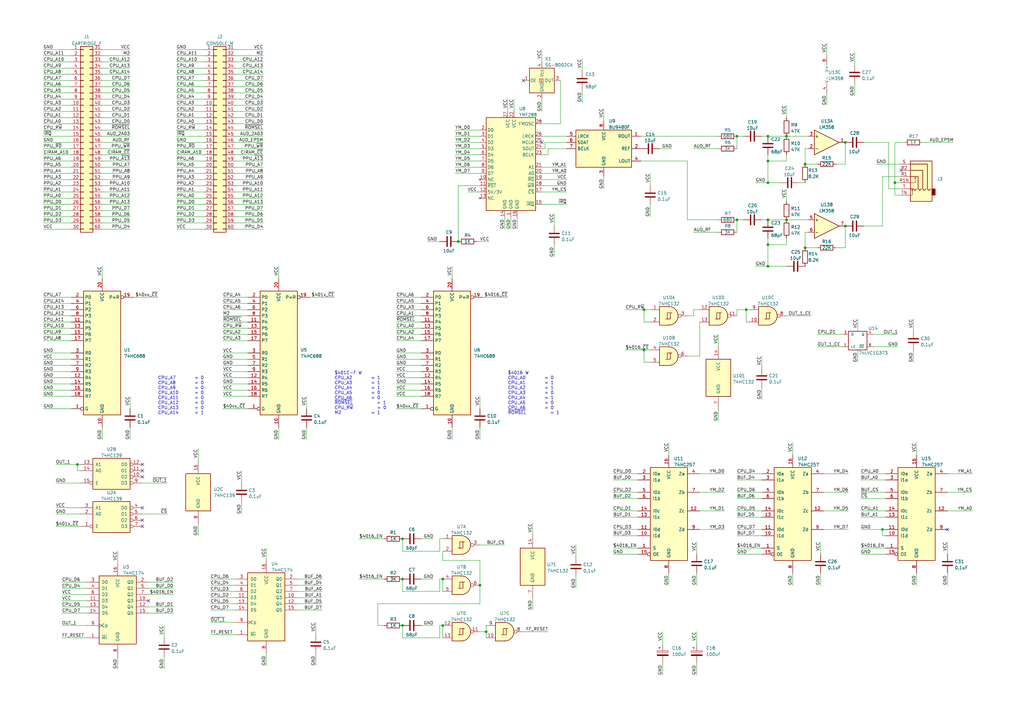
<source format=kicad_sch>
(kicad_sch (version 20211123) (generator eeschema)
  (paper "A3")
  (title_block (title "EPSM Expansion Audio FC") (date "2023-01-01") (rev "B") (company "Perkka; Persune"))
  (junction (at 314.96 66.04))
  (junction (at 330.2 101.6))
  (junction (at 165.1 256.54))
  (junction (at 314.96 109.22))
  (junction (at 314.96 55.88))
  (junction (at 181.61 256.54))
  (junction (at 187.96 99.06))
  (junction (at 181.61 237.49))
  (junction (at 165.1 220.98))
  (junction (at 330.2 67.31))
  (junction (at 302.26 55.88))
  (junction (at 264.16 143.51))
  (junction (at 322.58 55.88))
  (junction (at 199.39 259.08))
  (junction (at 322.58 90.17))
  (junction (at 346.71 92.71))
  (junction (at 31.75 190.5))
  (junction (at 196.85 240.03))
  (junction (at 346.71 58.42))
  (junction (at 361.95 217.17))
  (junction (at 264.16 127))
  (junction (at 314.96 100.33))
  (junction (at 314.96 74.93))
  (junction (at 306.07 127))
  (junction (at 314.96 90.17))
  (junction (at 302.26 90.17))
  (junction (at 165.1 237.49))
  (junction (at 367.03 74.93))
  (no_connect (at 60.96 246.38))
  (no_connect (at 388.62 217.17))
  (no_connect (at 58.42 190.5))
  (no_connect (at 58.42 208.28))
  (no_connect (at 58.42 215.9))
  (no_connect (at 58.42 213.36))
  (no_connect (at 369.57 69.85))
  (no_connect (at 58.42 195.58))
  (no_connect (at 222.25 58.42))
  (no_connect (at 214.63 33.02))
  (no_connect (at 58.42 193.04))
  (wire (pts (xy 287.02 194.31) (xy 297.18 194.31)))
  (wire (pts (xy 129.54 255.27) (xy 129.54 260.35)))
  (wire (pts (xy 359.41 67.31) (xy 369.57 67.31)))
  (wire (pts (xy 214.63 259.08) (xy 224.79 259.08)))
  (wire (pts (xy 17.78 86.36) (xy 29.21 86.36)))
  (wire (pts (xy 256.54 127) (xy 264.16 127)))
  (wire (pts (xy 375.92 181.61) (xy 375.92 186.69)))
  (wire (pts (xy 72.39 66.04) (xy 83.82 66.04)))
  (wire (pts (xy 238.76 36.83) (xy 238.76 41.91)))
  (wire (pts (xy 121.92 250.19) (xy 132.08 250.19)))
  (wire (pts (xy 96.52 66.04) (xy 107.95 66.04)))
  (wire (pts (xy 196.85 229.87) (xy 196.85 240.03)))
  (wire (pts (xy 17.78 132.08) (xy 29.21 132.08)))
  (wire (pts (xy 72.39 68.58) (xy 83.82 68.58)))
  (wire (pts (xy 125.73 175.26) (xy 125.73 180.34)))
  (wire (pts (xy 96.52 73.66) (xy 107.95 73.66)))
  (wire (pts (xy 367.03 74.93) (xy 369.57 74.93)))
  (wire (pts (xy 196.85 58.42) (xy 186.69 58.42)))
  (wire (pts (xy 222.25 71.12) (xy 232.41 71.12)))
  (wire (pts (xy 86.36 242.57) (xy 96.52 242.57)))
  (wire (pts (xy 109.22 224.79) (xy 109.22 229.87)))
  (wire (pts (xy 96.52 88.9) (xy 107.95 88.9)))
  (wire (pts (xy 17.78 88.9) (xy 29.21 88.9)))
  (wire (pts (xy 336.55 234.95) (xy 336.55 240.03)))
  (wire (pts (xy 181.61 237.49) (xy 180.34 237.49)))
  (wire (pts (xy 302.26 127) (xy 306.07 127)))
  (wire (pts (xy 196.85 68.58) (xy 186.69 68.58)))
  (wire (pts (xy 91.44 160.02) (xy 101.6 160.02)))
  (wire (pts (xy 325.12 234.95) (xy 325.12 240.03)))
  (wire (pts (xy 162.56 121.92) (xy 172.72 121.92)))
  (wire (pts (xy 48.26 269.24) (xy 48.26 274.32)))
  (wire (pts (xy 60.96 243.84) (xy 71.12 243.84)))
  (wire (pts (xy 96.52 25.4) (xy 107.95 25.4)))
  (wire (pts (xy 41.91 30.48) (xy 53.34 30.48)))
  (wire (pts (xy 302.26 201.93) (xy 312.42 201.93)))
  (wire (pts (xy 60.96 248.92) (xy 71.12 248.92)))
  (wire (pts (xy 222.25 20.32) (xy 222.25 25.4)))
  (wire (pts (xy 96.52 60.96) (xy 107.95 60.96)))
  (wire (pts (xy 330.2 60.96) (xy 330.2 67.31)))
  (wire (pts (xy 114.3 175.26) (xy 114.3 180.34)))
  (wire (pts (xy 96.52 20.32) (xy 107.95 20.32)))
  (wire (pts (xy 25.4 256.54) (xy 35.56 256.54)))
  (wire (pts (xy 196.85 55.88) (xy 186.69 55.88)))
  (wire (pts (xy 312.42 146.05) (xy 312.42 151.13)))
  (wire (pts (xy 251.46 204.47) (xy 261.62 204.47)))
  (wire (pts (xy 191.77 78.74) (xy 196.85 78.74)))
  (wire (pts (xy 251.46 217.17) (xy 261.62 217.17)))
  (wire (pts (xy 224.79 60.96) (xy 232.41 60.96)))
  (wire (pts (xy 180.34 220.98) (xy 180.34 226.06)))
  (wire (pts (xy 302.26 227.33) (xy 312.42 227.33)))
  (wire (pts (xy 121.92 245.11) (xy 132.08 245.11)))
  (wire (pts (xy 17.78 55.88) (xy 29.21 55.88)))
  (wire (pts (xy 302.26 90.17) (xy 302.26 95.25)))
  (wire (pts (xy 222.25 60.96) (xy 223.52 60.96)))
  (wire (pts (xy 172.72 256.54) (xy 177.8 256.54)))
  (wire (pts (xy 165.1 220.98) (xy 165.1 226.06)))
  (wire (pts (xy 325.12 181.61) (xy 325.12 186.69)))
  (wire (pts (xy 17.78 40.64) (xy 29.21 40.64)))
  (wire (pts (xy 72.39 76.2) (xy 83.82 76.2)))
  (wire (pts (xy 25.4 243.84) (xy 35.56 243.84)))
  (wire (pts (xy 162.56 127) (xy 172.72 127)))
  (wire (pts (xy 17.78 63.5) (xy 29.21 63.5)))
  (wire (pts (xy 165.1 242.57) (xy 180.34 242.57)))
  (wire (pts (xy 367.03 58.42) (xy 370.84 58.42)))
  (wire (pts (xy 322.58 90.17) (xy 331.47 90.17)))
  (wire (pts (xy 284.48 129.54) (xy 284.48 127)))
  (wire (pts (xy 374.65 130.81) (xy 374.65 135.89)))
  (wire (pts (xy 17.78 129.54) (xy 29.21 129.54)))
  (wire (pts (xy 251.46 224.79) (xy 261.62 224.79)))
  (wire (pts (xy 154.94 247.65) (xy 154.94 256.54)))
  (wire (pts (xy 361.95 217.17) (xy 363.22 217.17)))
  (wire (pts (xy 96.52 33.02) (xy 107.95 33.02)))
  (wire (pts (xy 17.78 83.82) (xy 29.21 83.82)))
  (wire (pts (xy 314.96 66.04) (xy 314.96 74.93)))
  (wire (pts (xy 162.56 152.4) (xy 172.72 152.4)))
  (wire (pts (xy 388.62 222.25) (xy 388.62 227.33)))
  (wire (pts (xy 162.56 124.46) (xy 172.72 124.46)))
  (wire (pts (xy 346.71 101.6) (xy 346.71 92.71)))
  (wire (pts (xy 72.39 60.96) (xy 83.82 60.96)))
  (wire (pts (xy 266.7 71.12) (xy 266.7 76.2)))
  (wire (pts (xy 41.91 58.42) (xy 53.34 58.42)))
  (wire (pts (xy 41.91 175.26) (xy 41.91 180.34)))
  (wire (pts (xy 181.61 226.06) (xy 181.61 229.87)))
  (wire (pts (xy 17.78 134.62) (xy 29.21 134.62)))
  (wire (pts (xy 17.78 38.1) (xy 29.21 38.1)))
  (wire (pts (xy 181.61 229.87) (xy 196.85 229.87)))
  (wire (pts (xy 17.78 66.04) (xy 29.21 66.04)))
  (wire (pts (xy 302.26 90.17) (xy 304.8 90.17)))
  (wire (pts (xy 41.91 60.96) (xy 53.34 60.96)))
  (wire (pts (xy 162.56 162.56) (xy 172.72 162.56)))
  (wire (pts (xy 331.47 60.96) (xy 330.2 60.96)))
  (wire (pts (xy 41.91 40.64) (xy 53.34 40.64)))
  (wire (pts (xy 210.82 40.64) (xy 210.82 45.72)))
  (wire (pts (xy 17.78 35.56) (xy 29.21 35.56)))
  (wire (pts (xy 322.58 77.47) (xy 322.58 82.55)))
  (wire (pts (xy 388.62 209.55) (xy 398.78 209.55)))
  (wire (pts (xy 157.48 237.49) (xy 147.32 237.49)))
  (wire (pts (xy 96.52 71.12) (xy 107.95 71.12)))
  (wire (pts (xy 31.75 190.5) (xy 33.02 190.5)))
  (wire (pts (xy 367.03 74.93) (xy 367.03 80.01)))
  (wire (pts (xy 96.52 91.44) (xy 107.95 91.44)))
  (wire (pts (xy 121.92 247.65) (xy 132.08 247.65)))
  (wire (pts (xy 96.52 30.48) (xy 107.95 30.48)))
  (wire (pts (xy 285.75 234.95) (xy 285.75 240.03)))
  (wire (pts (xy 222.25 68.58) (xy 232.41 68.58)))
  (wire (pts (xy 121.92 237.49) (xy 132.08 237.49)))
  (wire (pts (xy 208.28 40.64) (xy 208.28 45.72)))
  (wire (pts (xy 222.25 76.2) (xy 232.41 76.2)))
  (wire (pts (xy 200.66 99.06) (xy 195.58 99.06)))
  (wire (pts (xy 271.78 259.08) (xy 271.78 264.16)))
  (wire (pts (xy 41.91 66.04) (xy 53.34 66.04)))
  (wire (pts (xy 91.44 127) (xy 101.6 127)))
  (wire (pts (xy 162.56 139.7) (xy 172.72 139.7)))
  (wire (pts (xy 196.85 66.04) (xy 186.69 66.04)))
  (wire (pts (xy 17.78 33.02) (xy 29.21 33.02)))
  (wire (pts (xy 312.42 90.17) (xy 314.96 90.17)))
  (wire (pts (xy 218.44 214.63) (xy 218.44 219.71)))
  (wire (pts (xy 374.65 143.51) (xy 374.65 148.59)))
  (wire (pts (xy 86.36 260.35) (xy 96.52 260.35)))
  (wire (pts (xy 314.96 97.79) (xy 314.96 100.33)))
  (wire (pts (xy 41.91 45.72) (xy 53.34 45.72)))
  (wire (pts (xy 162.56 154.94) (xy 172.72 154.94)))
  (wire (pts (xy 154.94 256.54) (xy 157.48 256.54)))
  (wire (pts (xy 322.58 63.5) (xy 322.58 66.04)))
  (wire (pts (xy 162.56 134.62) (xy 172.72 134.62)))
  (wire (pts (xy 208.28 121.92) (xy 198.12 121.92)))
  (wire (pts (xy 346.71 67.31) (xy 346.71 58.42)))
  (wire (pts (xy 86.36 240.03) (xy 96.52 240.03)))
  (wire (pts (xy 284.48 127) (xy 287.02 127)))
  (wire (pts (xy 264.16 127) (xy 266.7 127)))
  (wire (pts (xy 287.02 146.05) (xy 287.02 132.08)))
  (wire (pts (xy 17.78 20.32) (xy 29.21 20.32)))
  (wire (pts (xy 17.78 48.26) (xy 29.21 48.26)))
  (wire (pts (xy 96.52 93.98) (xy 107.95 93.98)))
  (wire (pts (xy 314.96 74.93) (xy 320.04 74.93)))
  (wire (pts (xy 91.44 149.86) (xy 101.6 149.86)))
  (wire (pts (xy 162.56 137.16) (xy 172.72 137.16)))
  (wire (pts (xy 251.46 194.31) (xy 261.62 194.31)))
  (wire (pts (xy 353.06 204.47) (xy 363.22 204.47)))
  (wire (pts (xy 96.52 81.28) (xy 107.95 81.28)))
  (wire (pts (xy 354.33 92.71) (xy 361.95 92.71)))
  (wire (pts (xy 251.46 212.09) (xy 261.62 212.09)))
  (wire (pts (xy 222.25 63.5) (xy 224.79 63.5)))
  (wire (pts (xy 17.78 91.44) (xy 29.21 91.44)))
  (wire (pts (xy 350.52 34.29) (xy 350.52 39.37)))
  (wire (pts (xy 209.55 88.9) (xy 209.55 93.98)))
  (wire (pts (xy 17.78 124.46) (xy 29.21 124.46)))
  (wire (pts (xy 227.33 87.63) (xy 227.33 92.71)))
  (wire (pts (xy 114.3 109.22) (xy 114.3 114.3)))
  (wire (pts (xy 364.49 77.47) (xy 369.57 77.47)))
  (wire (pts (xy 337.82 217.17) (xy 347.98 217.17)))
  (wire (pts (xy 224.79 63.5) (xy 224.79 60.96)))
  (wire (pts (xy 67.31 269.24) (xy 67.31 274.32)))
  (wire (pts (xy 342.9 101.6) (xy 346.71 101.6)))
  (wire (pts (xy 306.07 132.08) (xy 306.07 127)))
  (wire (pts (xy 294.64 167.64) (xy 294.64 172.72)))
  (wire (pts (xy 287.02 201.93) (xy 297.18 201.93)))
  (wire (pts (xy 281.94 146.05) (xy 287.02 146.05)))
  (wire (pts (xy 361.95 72.39) (xy 369.57 72.39)))
  (wire (pts (xy 29.21 162.56) (xy 17.78 162.56)))
  (wire (pts (xy 91.44 121.92) (xy 101.6 121.92)))
  (wire (pts (xy 314.96 109.22) (xy 322.58 109.22)))
  (wire (pts (xy 17.78 27.94) (xy 29.21 27.94)))
  (wire (pts (xy 29.21 127) (xy 17.78 127)))
  (wire (pts (xy 388.62 201.93) (xy 398.78 201.93)))
  (wire (pts (xy 180.34 226.06) (xy 165.1 226.06)))
  (wire (pts (xy 314.96 100.33) (xy 322.58 100.33)))
  (wire (pts (xy 72.39 93.98) (xy 83.82 93.98)))
  (wire (pts (xy 72.39 63.5) (xy 83.82 63.5)))
  (wire (pts (xy 353.06 224.79) (xy 363.22 224.79)))
  (wire (pts (xy 251.46 209.55) (xy 261.62 209.55)))
  (wire (pts (xy 96.52 53.34) (xy 107.95 53.34)))
  (wire (pts (xy 227.33 100.33) (xy 227.33 105.41)))
  (wire (pts (xy 309.88 74.93) (xy 314.96 74.93)))
  (wire (pts (xy 274.32 181.61) (xy 274.32 186.69)))
  (wire (pts (xy 332.74 129.54) (xy 322.58 129.54)))
  (wire (pts (xy 29.21 154.94) (xy 17.78 154.94)))
  (wire (pts (xy 196.85 63.5) (xy 186.69 63.5)))
  (wire (pts (xy 281.94 129.54) (xy 284.48 129.54)))
  (wire (pts (xy 364.49 58.42) (xy 364.49 77.47)))
  (wire (pts (xy 337.82 201.93) (xy 347.98 201.93)))
  (wire (pts (xy 302.26 204.47) (xy 312.42 204.47)))
  (wire (pts (xy 96.52 76.2) (xy 107.95 76.2)))
  (wire (pts (xy 72.39 71.12) (xy 83.82 71.12)))
  (wire (pts (xy 181.61 220.98) (xy 180.34 220.98)))
  (wire (pts (xy 25.4 261.62) (xy 35.56 261.62)))
  (wire (pts (xy 358.14 137.16) (xy 368.3 137.16)))
  (wire (pts (xy 72.39 78.74) (xy 83.82 78.74)))
  (wire (pts (xy 223.52 60.96) (xy 223.52 58.42)))
  (wire (pts (xy 17.78 157.48) (xy 29.21 157.48)))
  (wire (pts (xy 41.91 25.4) (xy 53.34 25.4)))
  (wire (pts (xy 331.47 95.25) (xy 330.2 95.25)))
  (wire (pts (xy 67.31 256.54) (xy 67.31 261.62)))
  (wire (pts (xy 251.46 196.85) (xy 261.62 196.85)))
  (wire (pts (xy 41.91 53.34) (xy 53.34 53.34)))
  (wire (pts (xy 247.65 72.39) (xy 247.65 77.47)))
  (wire (pts (xy 351.79 143.51) (xy 351.79 148.59)))
  (wire (pts (xy 199.39 259.08) (xy 199.39 261.62)))
  (wire (pts (xy 41.91 20.32) (xy 53.34 20.32)))
  (wire (pts (xy 218.44 245.11) (xy 218.44 250.19)))
  (wire (pts (xy 157.48 220.98) (xy 147.32 220.98)))
  (wire (pts (xy 72.39 30.48) (xy 83.82 30.48)))
  (wire (pts (xy 99.06 193.04) (xy 99.06 198.12)))
  (wire (pts (xy 91.44 139.7) (xy 101.6 139.7)))
  (wire (pts (xy 312.42 55.88) (xy 314.96 55.88)))
  (wire (pts (xy 129.54 267.97) (xy 129.54 273.05)))
  (wire (pts (xy 72.39 91.44) (xy 83.82 91.44)))
  (wire (pts (xy 41.91 76.2) (xy 53.34 76.2)))
  (wire (pts (xy 22.86 210.82) (xy 33.02 210.82)))
  (wire (pts (xy 109.22 267.97) (xy 109.22 273.05)))
  (wire (pts (xy 181.61 256.54) (xy 181.61 261.62)))
  (wire (pts (xy 185.42 109.22) (xy 185.42 114.3)))
  (wire (pts (xy 180.34 237.49) (xy 180.34 242.57)))
  (wire (pts (xy 264.16 148.59) (xy 264.16 143.51)))
  (wire (pts (xy 281.94 90.17) (xy 294.64 90.17)))
  (wire (pts (xy 58.42 210.82) (xy 68.58 210.82)))
  (wire (pts (xy 72.39 53.34) (xy 83.82 53.34)))
  (wire (pts (xy 17.78 53.34) (xy 29.21 53.34)))
  (wire (pts (xy 41.91 63.5) (xy 53.34 63.5)))
  (wire (pts (xy 314.96 100.33) (xy 314.96 109.22)))
  (wire (pts (xy 287.02 217.17) (xy 297.18 217.17)))
  (wire (pts (xy 285.75 271.78) (xy 285.75 276.86)))
  (wire (pts (xy 312.42 196.85) (xy 302.26 196.85)))
  (wire (pts (xy 17.78 22.86) (xy 29.21 22.86)))
  (wire (pts (xy 339.09 38.1) (xy 339.09 43.18)))
  (wire (pts (xy 302.26 55.88) (xy 302.26 60.96)))
  (wire (pts (xy 72.39 27.94) (xy 83.82 27.94)))
  (wire (pts (xy 22.86 198.12) (xy 33.02 198.12)))
  (wire (pts (xy 48.26 226.06) (xy 48.26 231.14)))
  (wire (pts (xy 22.86 208.28) (xy 33.02 208.28)))
  (wire (pts (xy 388.62 234.95) (xy 388.62 240.03)))
  (wire (pts (xy 72.39 22.86) (xy 83.82 22.86)))
  (wire (pts (xy 251.46 219.71) (xy 261.62 219.71)))
  (wire (pts (xy 41.91 50.8) (xy 53.34 50.8)))
  (wire (pts (xy 353.06 217.17) (xy 361.95 217.17)))
  (wire (pts (xy 72.39 20.32) (xy 83.82 20.32)))
  (wire (pts (xy 363.22 219.71) (xy 361.95 219.71)))
  (wire (pts (xy 60.96 241.3) (xy 71.12 241.3)))
  (wire (pts (xy 229.87 33.02) (xy 229.87 50.8)))
  (wire (pts (xy 306.07 127) (xy 307.34 127)))
  (wire (pts (xy 41.91 68.58) (xy 53.34 68.58)))
  (wire (pts (xy 165.1 256.54) (xy 165.1 261.62)))
  (wire (pts (xy 274.32 234.95) (xy 274.32 240.03)))
  (wire (pts (xy 96.52 86.36) (xy 107.95 86.36)))
  (wire (pts (xy 196.85 162.56) (xy 196.85 167.64)))
  (wire (pts (xy 312.42 158.75) (xy 312.42 163.83)))
  (wire (pts (xy 17.78 43.18) (xy 29.21 43.18)))
  (wire (pts (xy 330.2 67.31) (xy 335.28 67.31)))
  (wire (pts (xy 238.76 24.13) (xy 238.76 29.21)))
  (wire (pts (xy 91.44 144.78) (xy 101.6 144.78)))
  (wire (pts (xy 96.52 63.5) (xy 107.95 63.5)))
  (wire (pts (xy 96.52 68.58) (xy 107.95 68.58)))
  (wire (pts (xy 72.39 81.28) (xy 83.82 81.28)))
  (wire (pts (xy 172.72 237.49) (xy 177.8 237.49)))
  (wire (pts (xy 302.26 127) (xy 302.26 129.54)))
  (wire (pts (xy 284.48 95.25) (xy 294.64 95.25)))
  (wire (pts (xy 251.46 201.93) (xy 261.62 201.93)))
  (wire (pts (xy 41.91 88.9) (xy 53.34 88.9)))
  (wire (pts (xy 86.36 255.27) (xy 96.52 255.27)))
  (wire (pts (xy 337.82 209.55) (xy 347.98 209.55)))
  (wire (pts (xy 185.42 175.26) (xy 185.42 180.34)))
  (wire (pts (xy 350.52 21.59) (xy 350.52 26.67)))
  (wire (pts (xy 284.48 60.96) (xy 294.64 60.96)))
  (wire (pts (xy 86.36 237.49) (xy 96.52 237.49)))
  (wire (pts (xy 41.91 22.86) (xy 53.34 22.86)))
  (wire (pts (xy 41.91 71.12) (xy 53.34 71.12)))
  (wire (pts (xy 222.25 40.64) (xy 222.25 45.72)))
  (wire (pts (xy 388.62 194.31) (xy 398.78 194.31)))
  (wire (pts (xy 29.21 167.64) (xy 17.78 167.64)))
  (wire (pts (xy 361.95 219.71) (xy 361.95 217.17)))
  (wire (pts (xy 41.91 73.66) (xy 53.34 73.66)))
  (wire (pts (xy 181.61 237.49) (xy 181.61 242.57)))
  (wire (pts (xy 302.26 194.31) (xy 312.42 194.31)))
  (wire (pts (xy 91.44 132.08) (xy 101.6 132.08)))
  (wire (pts (xy 266.7 148.59) (xy 264.16 148.59)))
  (wire (pts (xy 196.85 240.03) (xy 196.85 247.65)))
  (wire (pts (xy 125.73 162.56) (xy 125.73 167.64)))
  (wire (pts (xy 72.39 86.36) (xy 83.82 86.36)))
  (wire (pts (xy 222.25 78.74) (xy 232.41 78.74)))
  (wire (pts (xy 41.91 109.22) (xy 41.91 114.3)))
  (wire (pts (xy 96.52 35.56) (xy 107.95 35.56)))
  (wire (pts (xy 96.52 22.86) (xy 107.95 22.86)))
  (wire (pts (xy 247.65 44.45) (xy 247.65 49.53)))
  (wire (pts (xy 17.78 160.02) (xy 29.21 160.02)))
  (wire (pts (xy 60.96 238.76) (xy 71.12 238.76)))
  (wire (pts (xy 302.26 209.55) (xy 312.42 209.55)))
  (wire (pts (xy 86.36 247.65) (xy 96.52 247.65)))
  (wire (pts (xy 99.06 205.74) (xy 99.06 210.82)))
  (wire (pts (xy 222.25 83.82) (xy 232.41 83.82)))
  (wire (pts (xy 96.52 48.26) (xy 107.95 48.26)))
  (wire (pts (xy 17.78 93.98) (xy 29.21 93.98)))
  (wire (pts (xy 91.44 167.64) (xy 101.6 167.64)))
  (wire (pts (xy 96.52 78.74) (xy 107.95 78.74)))
  (wire (pts (xy 29.21 137.16) (xy 17.78 137.16)))
  (wire (pts (xy 29.21 152.4) (xy 17.78 152.4)))
  (wire (pts (xy 314.96 66.04) (xy 322.58 66.04)))
  (wire (pts (xy 121.92 240.03) (xy 132.08 240.03)))
  (wire (pts (xy 353.06 194.31) (xy 363.22 194.31)))
  (wire (pts (xy 72.39 45.72) (xy 83.82 45.72)))
  (wire (pts (xy 172.72 149.86) (xy 162.56 149.86)))
  (wire (pts (xy 180.34 256.54) (xy 181.61 256.54)))
  (wire (pts (xy 29.21 121.92) (xy 17.78 121.92)))
  (wire (pts (xy 302.26 55.88) (xy 304.8 55.88)))
  (wire (pts (xy 72.39 40.64) (xy 83.82 40.64)))
  (wire (pts (xy 294.64 137.16) (xy 294.64 142.24)))
  (wire (pts (xy 236.22 236.22) (xy 236.22 241.3)))
  (wire (pts (xy 31.75 193.04) (xy 31.75 190.5)))
  (wire (pts (xy 361.95 72.39) (xy 361.95 92.71)))
  (wire (pts (xy 91.44 154.94) (xy 101.6 154.94)))
  (wire (pts (xy 41.91 81.28) (xy 53.34 81.28)))
  (wire (pts (xy 137.16 121.92) (xy 127 121.92)))
  (wire (pts (xy 41.91 33.02) (xy 53.34 33.02)))
  (wire (pts (xy 17.78 139.7) (xy 29.21 139.7)))
  (wire (pts (xy 342.9 67.31) (xy 346.71 67.31)))
  (wire (pts (xy 41.91 48.26) (xy 53.34 48.26)))
  (wire (pts (xy 72.39 50.8) (xy 83.82 50.8)))
  (wire (pts (xy 96.52 58.42) (xy 107.95 58.42)))
  (wire (pts (xy 212.09 88.9) (xy 212.09 93.98)))
  (wire (pts (xy 25.4 238.76) (xy 35.56 238.76)))
  (wire (pts (xy 60.96 251.46) (xy 71.12 251.46)))
  (wire (pts (xy 375.92 234.95) (xy 375.92 240.03)))
  (wire (pts (xy 162.56 160.02) (xy 172.72 160.02)))
  (wire (pts (xy 96.52 43.18) (xy 107.95 43.18)))
  (wire (pts (xy 53.34 175.26) (xy 53.34 180.34)))
  (wire (pts (xy 91.44 129.54) (xy 101.6 129.54)))
  (wire (pts (xy 121.92 242.57) (xy 132.08 242.57)))
  (wire (pts (xy 96.52 83.82) (xy 107.95 83.82)))
  (wire (pts (xy 41.91 43.18) (xy 53.34 43.18)))
  (wire (pts (xy 58.42 198.12) (xy 68.58 198.12)))
  (wire (pts (xy 41.91 78.74) (xy 53.34 78.74)))
  (wire (pts (xy 172.72 144.78) (xy 162.56 144.78)))
  (wire (pts (xy 322.58 55.88) (xy 331.47 55.88)))
  (wire (pts (xy 264.16 132.08) (xy 264.16 127)))
  (wire (pts (xy 302.26 217.17) (xy 312.42 217.17)))
  (wire (pts (xy 41.91 86.36) (xy 53.34 86.36)))
  (wire (pts (xy 81.28 184.15) (xy 81.28 189.23)))
  (wire (pts (xy 91.44 147.32) (xy 101.6 147.32)))
  (wire (pts (xy 96.52 27.94) (xy 107.95 27.94)))
  (wire (pts (xy 17.78 81.28) (xy 29.21 81.28)))
  (wire (pts (xy 336.55 222.25) (xy 336.55 227.33)))
  (wire (pts (xy 172.72 167.64) (xy 162.56 167.64)))
  (wire (pts (xy 353.06 201.93) (xy 363.22 201.93)))
  (wire (pts (xy 196.85 53.34) (xy 186.69 53.34)))
  (wire (pts (xy 287.02 209.55) (xy 297.18 209.55)))
  (wire (pts (xy 22.86 190.5) (xy 31.75 190.5)))
  (wire (pts (xy 96.52 40.64) (xy 107.95 40.64)))
  (wire (pts (xy 72.39 35.56) (xy 83.82 35.56)))
  (wire (pts (xy 17.78 76.2) (xy 29.21 76.2)))
  (wire (pts (xy 154.94 247.65) (xy 196.85 247.65)))
  (wire (pts (xy 41.91 35.56) (xy 53.34 35.56)))
  (wire (pts (xy 339.09 17.78) (xy 339.09 22.86)))
  (wire (pts (xy 207.01 88.9) (xy 207.01 93.98)))
  (wire (pts (xy 262.89 55.88) (xy 294.64 55.88)))
  (wire (pts (xy 314.96 63.5) (xy 314.96 66.04)))
  (wire (pts (xy 72.39 58.42) (xy 83.82 58.42)))
  (wire (pts (xy 368.3 142.24) (xy 358.14 142.24)))
  (wire (pts (xy 172.72 132.08) (xy 162.56 132.08)))
  (wire (pts (xy 172.72 147.32) (xy 162.56 147.32)))
  (wire (pts (xy 351.79 130.81) (xy 351.79 135.89)))
  (wire (pts (xy 322.58 97.79) (xy 322.58 100.33)))
  (wire (pts (xy 285.75 259.08) (xy 285.75 264.16)))
  (wire (pts (xy 29.21 144.78) (xy 17.78 144.78)))
  (wire (pts (xy 25.4 241.3) (xy 35.56 241.3)))
  (wire (pts (xy 180.34 99.06) (xy 175.26 99.06)))
  (wire (pts (xy 17.78 73.66) (xy 29.21 73.66)))
  (wire (pts (xy 17.78 68.58) (xy 29.21 68.58)))
  (wire (pts (xy 264.16 143.51) (xy 266.7 143.51)))
  (wire (pts (xy 335.28 137.16) (xy 345.44 137.16)))
  (wire (pts (xy 222.25 55.88) (xy 232.41 55.88)))
  (wire (pts (xy 199.39 256.54) (xy 199.39 259.08)))
  (wire (pts (xy 256.54 143.51) (xy 264.16 143.51)))
  (wire (pts (xy 91.44 162.56) (xy 101.6 162.56)))
  (wire (pts (xy 196.85 71.12) (xy 186.69 71.12)))
  (wire (pts (xy 302.26 219.71) (xy 312.42 219.71)))
  (wire (pts (xy 17.78 50.8) (xy 29.21 50.8)))
  (wire (pts (xy 196.85 259.08) (xy 199.39 259.08)))
  (wire (pts (xy 162.56 129.54) (xy 172.72 129.54)))
  (wire (pts (xy 353.06 209.55) (xy 363.22 209.55)))
  (wire (pts (xy 196.85 60.96) (xy 186.69 60.96)))
  (wire (pts (xy 41.91 93.98) (xy 53.34 93.98)))
  (wire (pts (xy 17.78 60.96) (xy 29.21 60.96)))
  (wire (pts (xy 302.26 224.79) (xy 312.42 224.79)))
  (wire (pts (xy 101.6 134.62) (xy 91.44 134.62)))
  (wire (pts (xy 72.39 83.82) (xy 83.82 83.82)))
  (wire (pts (xy 196.85 223.52) (xy 207.01 223.52)))
  (wire (pts (xy 96.52 55.88) (xy 107.95 55.88)))
  (wire (pts (xy 266.7 132.08) (xy 264.16 132.08)))
  (wire (pts (xy 180.34 261.62) (xy 180.34 256.54)))
  (wire (pts (xy 25.4 248.92) (xy 35.56 248.92)))
  (wire (pts (xy 330.2 101.6) (xy 335.28 101.6)))
  (wire (pts (xy 96.52 38.1) (xy 107.95 38.1)))
  (wire (pts (xy 251.46 227.33) (xy 261.62 227.33)))
  (wire (pts (xy 17.78 30.48) (xy 29.21 30.48)))
  (wire (pts (xy 165.1 237.49) (xy 165.1 242.57)))
  (wire (pts (xy 309.88 109.22) (xy 314.96 109.22)))
  (wire (pts (xy 285.75 222.25) (xy 285.75 227.33)))
  (wire (pts (xy 330.2 95.25) (xy 330.2 101.6)))
  (wire (pts (xy 270.51 60.96) (xy 275.59 60.96)))
  (wire (pts (xy 91.44 152.4) (xy 101.6 152.4)))
  (wire (pts (xy 353.06 227.33) (xy 363.22 227.33)))
  (wire (pts (xy 41.91 83.82) (xy 53.34 83.82)))
  (wire (pts (xy 91.44 124.46) (xy 101.6 124.46)))
  (wire (pts (xy 327.66 74.93) (xy 330.2 74.93)))
  (wire (pts (xy 41.91 38.1) (xy 53.34 38.1)))
  (wire (pts (xy 72.39 55.88) (xy 83.82 55.88)))
  (wire (pts (xy 354.33 58.42) (xy 364.49 58.42)))
  (wire (pts (xy 29.21 147.32) (xy 17.78 147.32)))
  (wire (pts (xy 196.85 76.2) (xy 187.96 76.2)))
  (wire (pts (xy 266.7 83.82) (xy 266.7 88.9)))
  (wire (pts (xy 367.03 58.42) (xy 367.03 74.93)))
  (wire (pts (xy 72.39 25.4) (xy 83.82 25.4)))
  (wire (pts (xy 41.91 27.94) (xy 53.34 27.94)))
  (wire (pts (xy 22.86 215.9) (xy 33.02 215.9)))
  (wire (pts (xy 187.96 76.2) (xy 187.96 99.06)))
  (wire (pts (xy 86.36 245.11) (xy 96.52 245.11)))
  (wire (pts (xy 281.94 66.04) (xy 281.94 90.17)))
  (wire (pts (xy 91.44 157.48) (xy 101.6 157.48)))
  (wire (pts (xy 81.28 214.63) (xy 81.28 219.71)))
  (wire (pts (xy 72.39 33.02) (xy 83.82 33.02)))
  (wire (pts (xy 17.78 25.4) (xy 29.21 25.4)))
  (wire (pts (xy 17.78 78.74) (xy 29.21 78.74)))
  (wire (pts (xy 196.85 175.26) (xy 196.85 180.34)))
  (wire (pts (xy 222.25 50.8) (xy 229.87 50.8)))
  (wire (pts (xy 353.06 212.09) (xy 363.22 212.09)))
  (wire (pts (xy 91.44 137.16) (xy 101.6 137.16)))
  (wire (pts (xy 17.78 58.42) (xy 29.21 58.42)))
  (wire (pts (xy 41.91 91.44) (xy 53.34 91.44)))
  (wire (pts (xy 96.52 50.8) (xy 107.95 50.8)))
  (wire (pts (xy 25.4 251.46) (xy 35.56 251.46)))
  (wire (pts (xy 172.72 157.48) (xy 162.56 157.48)))
  (wire (pts (xy 41.91 55.88) (xy 53.34 55.88)))
  (wire (pts (xy 72.39 88.9) (xy 83.82 88.9)))
  (wire (pts (xy 378.46 58.42) (xy 391.16 58.42)))
  (wire (pts (xy 262.89 66.04) (xy 281.94 66.04)))
  (wire (pts (xy 353.06 196.85) (xy 363.22 196.85)))
  (wire (pts (xy 17.78 71.12) (xy 29.21 71.12)))
  (wire (pts (xy 302.26 212.09) (xy 312.42 212.09)))
  (wire (pts (xy 307.34 132.08) (xy 306.07 132.08)))
  (wire (pts (xy 335.28 142.24) (xy 345.44 142.24)))
  (wire (pts (xy 72.39 48.26) (xy 83.82 48.26)))
  (wire (pts (xy 271.78 271.78) (xy 271.78 276.86)))
  (wire (pts (xy 72.39 38.1) (xy 83.82 38.1)))
  (wire (pts (xy 165.1 261.62) (xy 180.34 261.62)))
  (wire (pts (xy 222.25 73.66) (xy 232.41 73.66)))
  (wire (pts (xy 29.21 149.86) (xy 17.78 149.86)))
  (wire (pts (xy 33.02 193.04) (xy 31.75 193.04)))
  (wire (pts (xy 236.22 223.52) (xy 236.22 228.6)))
  (wire (pts (xy 54.61 121.92) (xy 64.77 121.92)))
  (wire (pts (xy 72.39 43.18) (xy 83.82 43.18)))
  (wire (pts (xy 369.57 80.01) (xy 367.03 80.01)))
  (wire (pts (xy 25.4 246.38) (xy 35.56 246.38)))
  (wire (pts (xy 223.52 58.42) (xy 232.41 58.42)))
  (wire (pts (xy 322.58 43.18) (xy 322.58 48.26)))
  (wire (pts (xy 337.82 194.31) (xy 347.98 194.31)))
  (wire (pts (xy 86.36 250.19) (xy 96.52 250.19)))
  (wire (pts (xy 96.52 45.72) (xy 107.95 45.72)))
  (wire (pts (xy 314.96 55.88) (xy 322.58 55.88)))
  (wire (pts (xy 72.39 73.66) (xy 83.82 73.66)))
  (wire (pts (xy 53.34 162.56) (xy 53.34 167.64)))
  (wire (pts (xy 314.96 90.17) (xy 322.58 90.17)))
  (wire (pts (xy 172.72 220.98) (xy 177.8 220.98)))
  (wire (pts (xy 17.78 45.72) (xy 29.21 45.72)))
  (text "$4016 W\nCPU_A0		= 0\nCPU_A1		= 1\nCPU_A2		= 1\nCPU_A3		= 0\nCPU_A4		= 1\nCPU_A5		= 0\nCPU_A6		= 0\n~{ROMSEL}		= 1" (at 208.28 170.18 0) (effects (font (size 1.27 1.27)) (justify left bottom)))
  (text "$401C-F W\nCPU_A2		= 1\nCPU_A3		= 1\nCPU_A4		= 1\nCPU_A5		= 0\nCPU_A6		= 0\n~{ROMSEL}		= 1\nCPU_R~{W}		= 0\nM2			= 1" (at 137.16 170.18 0) (effects (font (size 1.27 1.27)) (justify left bottom)))
  (text "CPU_A7		= 0\nCPU_A8		= 0\nCPU_A9		= 0\nCPU_A10		= 0\nCPU_A11		= 0\nCPU_A12		= 0\nCPU_A13		= 0\nCPU_A14		= 1" (at 64.77 170.18 0) (effects (font (size 1.27 1.27)) (justify left bottom)))
  (label "GND" (at 162.56 144.78 0))
  (label "YM_D4" (at 186.69 63.5 0))
  (label "GND" (at 359.41 67.31 0))
  (label "CPU_A5" (at 17.78 38.1 0))
  (label "CPU_A1" (at 162.56 129.54 0))
  (label "CPU_A14" (at 107.95 30.48 180))
  (label "CPU_A0" (at 17.78 50.8 0))
  (label "VCC" (at 25.4 246.38 0))
  (label "GND" (at 177.8 237.49 180))
  (label "CPU_D7" (at 25.4 251.46 0))
  (label "CPU_A9" (at 72.39 27.94 0))
  (label "CIRAM_A10" (at 72.39 63.5 0))
  (label "GND" (at 17.78 160.02 0))
  (label "VCC" (at 285.75 259.08 270))
  (label "PPU_A10" (at 53.34 76.2 180))
  (label "YM_A0" (at 232.41 71.12 180))
  (label "VCC" (at 191.77 78.74 0))
  (label "CPU_D3" (at 53.34 43.18 180))
  (label "VCC" (at 200.66 99.06 180))
  (label "CPU_A11" (at 72.39 22.86 0))
  (label "CPU_A6" (at 91.44 127 0))
  (label "GND" (at 177.8 220.98 180))
  (label "PPU_A10" (at 107.95 76.2 180))
  (label "BUF_D5" (at 132.08 247.65 180))
  (label "CPU_A1" (at 72.39 48.26 0))
  (label "VCC" (at 91.44 160.02 0))
  (label "GND" (at 339.09 43.18 90))
  (label "GND" (at 22.86 198.12 0))
  (label "GND" (at 374.65 148.59 90))
  (label "$4016_~{CE}" (at 256.54 143.51 0))
  (label "GND" (at 114.3 180.34 90))
  (label "BUF_CS" (at 207.01 223.52 180))
  (label "PPU_A6" (at 17.78 66.04 0))
  (label "AUD_RF" (at 284.48 60.96 0))
  (label "BUF_D7" (at 302.26 219.71 0))
  (label "GND" (at 353.06 227.33 0))
  (label "YM_D1" (at 297.18 209.55 180))
  (label "PPU_A8" (at 53.34 71.12 180))
  (label "YM_CS" (at 232.41 78.74 180))
  (label "CPU_R~{W}" (at 91.44 134.62 0))
  (label "$4016_EN" (at 251.46 224.79 0))
  (label "CPU_A6" (at 162.56 121.92 0))
  (label "GND" (at 196.85 180.34 90))
  (label "CPU_A0" (at 353.06 194.31 0))
  (label "VCC" (at 81.28 184.15 270))
  (label "VCC" (at 336.55 222.25 270))
  (label "CPU_A2" (at 91.44 137.16 0))
  (label "CPU_D0" (at 251.46 194.31 0))
  (label "VCC" (at 322.58 77.47 270))
  (label "VCC" (at 109.22 224.79 270))
  (label "BUF_D0" (at 251.46 196.85 0))
  (label "~{IRQ}" (at 72.39 55.88 0))
  (label "CPU_A0" (at 72.39 50.8 0))
  (label "PPU_D5" (at 107.95 91.44 180))
  (label "CPU_A7" (at 72.39 33.02 0))
  (label "CPU_D1" (at 107.95 48.26 180))
  (label "VCC" (at 238.76 24.13 270))
  (label "PPU_A7" (at 107.95 68.58 180))
  (label "CPU_A13" (at 107.95 27.94 180))
  (label "CPU_A10" (at 17.78 134.62 0))
  (label "GND" (at 91.44 157.48 0))
  (label "YM_D0" (at 297.18 194.31 180))
  (label "PPU_A5" (at 17.78 68.58 0))
  (label "PPU_D7" (at 107.95 86.36 180))
  (label "OUT_1" (at 368.3 137.16 180))
  (label "CPU_A12" (at 17.78 129.54 0))
  (label "BUF_CS" (at 353.06 201.93 0))
  (label "CPU_A2" (at 17.78 45.72 0))
  (label "CPU_D6" (at 86.36 237.49 0))
  (label "CPU_A11" (at 17.78 132.08 0))
  (label "VCC" (at 210.82 40.64 270))
  (label "CPU_A8" (at 72.39 30.48 0))
  (label "GND" (at 17.78 162.56 0))
  (label "~{ROMSEL}" (at 53.34 53.34 180))
  (label "AUD_RF" (at 284.48 95.25 0))
  (label "PPU_A6" (at 72.39 66.04 0))
  (label "VCC" (at 325.12 181.61 270))
  (label "M2" (at 91.44 129.54 0))
  (label "VCC" (at 162.56 160.02 0))
  (label "PPU_D3" (at 72.39 91.44 0))
  (label "VCC" (at 17.78 93.98 0))
  (label "VCC" (at 196.85 162.56 270))
  (label "GND" (at 81.28 219.71 90))
  (label "~{IRQ}" (at 232.41 83.82 180))
  (label "$401x_~{CE}" (at 22.86 215.9 0))
  (label "GND" (at 17.78 58.42 0))
  (label "VCC" (at 67.31 256.54 270))
  (label "GND" (at 275.59 60.96 180))
  (label "VCC" (at 266.7 71.12 270))
  (label "GND" (at 309.88 109.22 0))
  (label "GND" (at 375.92 240.03 90))
  (label "CPU_D5" (at 302.26 209.55 0))
  (label "BUF_D0" (at 71.12 241.3 180))
  (label "GND" (at 17.78 144.78 0))
  (label "GND" (at 175.26 99.06 0))
  (label "CIRAM_~{CE}" (at 107.95 63.5 180))
  (label "CPU_D3" (at 251.46 217.17 0))
  (label "GND" (at 266.7 88.9 90))
  (label "AUD_RF" (at 53.34 58.42 180))
  (label "GND" (at 72.39 58.42 0))
  (label "CPU_D4" (at 86.36 240.03 0))
  (label "PPU_D6" (at 107.95 88.9 180))
  (label "CPU_A12" (at 107.95 25.4 180))
  (label "CPU_A4" (at 17.78 40.64 0))
  (label "BUF_D6" (at 302.26 204.47 0))
  (label "GND" (at 227.33 105.41 90))
  (label "VCC" (at 162.56 154.94 0))
  (label "YM_D5" (at 347.98 209.55 180))
  (label "PPU_D1" (at 72.39 86.36 0))
  (label "$40xx_~{CE}" (at 91.44 167.64 0))
  (label "CPU_D7" (at 86.36 250.19 0))
  (label "GND" (at 238.76 41.91 90))
  (label "CPU_A0" (at 162.56 134.62 0))
  (label "CPU_D2" (at 86.36 245.11 0))
  (label "VCC" (at 339.09 17.78 270))
  (label "PPU_A11" (at 53.34 78.74 180))
  (label "$4016_EN" (at 302.26 224.79 0))
  (label "PPU_A2" (at 72.39 76.2 0))
  (label "VCC" (at 17.78 147.32 0))
  (label "VCC" (at 374.65 130.81 270))
  (label "CPU_A4" (at 162.56 139.7 0))
  (label "PPU_A12" (at 107.95 81.28 180))
  (label "CPU_D7" (at 302.26 217.17 0))
  (label "VCC" (at 91.44 144.78 0))
  (label "CPU_A14" (at 17.78 124.46 0))
  (label "CPU_D6" (at 107.95 35.56 180))
  (label "GND" (at 274.32 240.03 90))
  (label "GND" (at 72.39 20.32 0))
  (label "GND" (at 17.78 167.64 0))
  (label "GND" (at 91.44 149.86 0))
  (label "CPU_A14" (at 53.34 30.48 180))
  (label "YM_D6" (at 186.69 68.58 0))
  (label "YM_A1" (at 232.41 68.58 180))
  (label "PPU_~{A13}" (at 53.34 66.04 180))
  (label "PPU_A13" (at 53.34 83.82 180))
  (label "PPU_A9" (at 53.34 73.66 180))
  (label "$4016_EN" (at 147.32 220.98 0))
  (label "GND" (at 212.09 93.98 90))
  (label "PPU_A5" (at 72.39 68.58 0))
  (label "PPU_~{RD}" (at 72.39 60.96 0))
  (label "~{OUT_1}" (at 68.58 198.12 180))
  (label "GND" (at 17.78 152.4 0))
  (label "CPU_D4" (at 107.95 40.64 180))
  (label "CPU_A9" (at 17.78 137.16 0))
  (label "BUF_D1" (at 71.12 248.92 180))
  (label "CPU_A5" (at 162.56 124.46 0))
  (label "~{CS}" (at 68.58 210.82 180))
  (label "VCC" (at 72.39 93.98 0))
  (label "GND" (at 91.44 147.32 0))
  (label "BUF_D5" (at 302.26 212.09 0))
  (label "CPU_R~{W}" (at 17.78 53.34 0))
  (label "GND" (at 207.01 93.98 90))
  (label "CPU_A3" (at 17.78 43.18 0))
  (label "VCC" (at 48.26 226.06 270))
  (label "GND" (at 109.22 273.05 90))
  (label "GND" (at 162.56 157.48 0))
  (label "CIRAM_A10" (at 17.78 63.5 0))
  (label "M2" (at 107.95 22.86 180))
  (label "VCC" (at 91.44 154.94 0))
  (label "GND" (at 41.91 180.34 90))
  (label "GND" (at 302.26 227.33 0))
  (label "~{IRQ}" (at 17.78 55.88 0))
  (label "AUD_EPSM" (at 107.95 58.42 180))
  (label "CPU_A12" (at 53.34 25.4 180))
  (label "GND" (at 247.65 77.47 90))
  (label "OUT_1" (at 25.4 256.54 0))
  (label "YM_D2" (at 186.69 58.42 0))
  (label "VCC" (at 162.56 152.4 0))
  (label "GND" (at 388.62 240.03 90))
  (label "CPU_D0" (at 107.95 50.8 180))
  (label "AUD_2A03" (at 107.95 55.88 180))
  (label "CPU_D1" (at 251.46 209.55 0))
  (label "~{ROMSEL}" (at 162.56 132.08 0))
  (label "VCC" (at 271.78 259.08 270))
  (label "CPU_A8" (at 17.78 30.48 0))
  (label "BUF_D3" (at 71.12 251.46 180))
  (label "CPU_A5" (at 91.44 124.46 0))
  (label "GND" (at 309.88 74.93 0))
  (label "GND" (at 222.25 45.72 90))
  (label "VCC" (at 388.62 222.25 270))
  (label "CPU_A3" (at 91.44 139.7 0))
  (label "PPU_D4" (at 107.95 93.98 180))
  (label "BUF_D7" (at 132.08 250.19 180))
  (label "YM_D3" (at 186.69 60.96 0))
  (label "PPU_A3" (at 17.78 73.66 0))
  (label "VCC" (at 41.91 109.22 270))
  (label "GND" (at 17.78 157.48 0))
  (label "VCC" (at 222.25 20.32 270))
  (label "CPU_D5" (at 25.4 248.92 0))
  (label "GND" (at 48.26 274.32 90))
  (label "CPU_D7" (at 107.95 33.02 180))
  (label "CPU_A10" (at 17.78 25.4 0))
  (label "GND" (at 162.56 149.86 0))
  (label "CPU_A7" (at 17.78 33.02 0))
  (label "PPU_A4" (at 17.78 71.12 0))
  (label "VCC" (at 375.92 181.61 270))
  (label "PPU_D6" (at 53.34 88.9 180))
  (label "BUF_A1" (at 353.06 212.09 0))
  (label "~{OUT_1}" (at 86.36 255.27 0))
  (label "GND" (at 336.55 240.03 90))
  (label "YM_D2" (at 297.18 201.93 180))
  (label "YM_D5" (at 186.69 66.04 0))
  (label "PPU_A8" (at 107.95 71.12 180))
  (label "$40xx_~{CE}" (at 162.56 167.64 0))
  (label "VCC" (at 91.44 152.4 0))
  (label "VCC" (at 247.65 44.45 270))
  (label "VCC" (at 53.34 162.56 270))
  (label "GND" (at 129.54 273.05 90))
  (label "GND" (at 271.78 276.86 90))
  (label "OUT_1_CE" (at 332.74 129.54 180))
  (label "OUT_1_CE" (at 335.28 142.24 0))
  (label "VCC" (at 22.86 208.28 0))
  (label "YM_D0" (at 186.69 53.34 0))
  (label "GND" (at 125.73 180.34 90))
  (label "YM_D1" (at 186.69 55.88 0))
  (label "YM_D6" (at 347.98 201.93 180))
  (label "GND" (at 17.78 149.86 0))
  (label "GND" (at 312.42 163.83 90))
  (label "CPU_A2" (at 162.56 137.16 0))
  (label "BUF_D2" (at 251.46 204.47 0))
  (label "CPU_D2" (at 251.46 201.93 0))
  (label "$401x_~{CE}" (at 137.16 121.92 180))
  (label "PPU_~{WR}" (at 53.34 60.96 180))
  (label "VCC" (at 107.95 20.32 180))
  (label "FF_RESET" (at 86.36 260.35 0))
  (label "VCC" (at 227.33 87.63 270))
  (label "PPU_A9" (at 107.95 73.66 180))
  (label "GND" (at 17.78 20.32 0))
  (label "CPU_D6" (at 25.4 238.76 0))
  (label "PPU_~{A13}" (at 107.95 66.04 180))
  (label "YM_D7" (at 347.98 217.17 180))
  (label "GND" (at 353.06 217.17 0))
  (label "CPU_D0" (at 53.34 50.8 180))
  (label "YM_D4" (at 347.98 194.31 180))
  (label "BUF_A1" (at 132.08 245.11 180))
  (label "CPU_D4" (at 25.4 241.3 0))
  (label "GND" (at 218.44 250.19 90))
  (label "PPU_A1" (at 17.78 78.74 0))
  (label "PPU_A4" (at 72.39 71.12 0))
  (label "CPU_A4" (at 72.39 40.64 0))
  (label "GND" (at 285.75 240.03 90))
  (label "CPU_A3" (at 162.56 127 0))
  (label "FF_RESET" (at 224.79 259.08 180))
  (label "BUF_D1" (at 251.46 212.09 0))
  (label "BUF_D2" (at 71.12 238.76 180))
  (label "GND" (at 251.46 227.33 0))
  (label "GND" (at 350.52 39.37 90))
  (label "CPU_R~{W}" (at 256.54 127 0))
  (label "CPU_A13" (at 17.78 127 0))
  (label "PPU_A3" (at 72.39 73.66 0))
  (label "YM_CS" (at 398.78 201.93 180))
  (label "PPU_A13" (at 107.95 83.82 180))
  (label "CPU_D1" (at 53.34 48.26 180))
  (label "CPU_A6" (at 17.78 35.56 0))
  (label "CPU_A2" (at 72.39 45.72 0))
  (label "BUF_D6" (at 132.08 237.49 180))
  (label "BUF_A0" (at 132.08 242.57 180))
  (label "$4016_~{CE}" (at 208.28 121.92 180))
  (label "VCC" (at 218.44 214.63 270))
  (label "$4016_EN" (at 147.32 237.49 0))
  (label "PPU_A0" (at 72.39 81.28 0))
  (label "CPU_A1" (at 17.78 48.26 0))
  (label "VCC" (at 294.64 137.16 270))
  (label "GND" (at 325.12 240.03 90))
  (label "VCC" (at 114.3 109.22 270))
  (label "CIRAM_~{CE}" (at 53.34 63.5 180))
  (label "CPU_A8" (at 17.78 139.7 0))
  (label "CPU_D5" (at 53.34 38.1 180))
  (label "GND" (at 351.79 148.59 90))
  (label "~{ROMSEL}" (at 107.95 53.34 180))
  (label "PPU_A11" (at 107.95 78.74 180))
  (label "VCC" (at 312.42 146.05 270))
  (label "YM_D3" (at 297.18 217.17 180))
  (label "PPU_D4" (at 53.34 93.98 180))
  (label "FF_RESET" (at 25.4 261.62 0))
  (label "GND" (at 162.56 147.32 0))
  (label "OUT_1" (at 22.86 190.5 0))
  (label "VCC" (at 351.79 130.81 270))
  (label "VCC" (at 91.44 162.56 0))
  (label "GND" (at 232.41 76.2 180))
  (label "VCC" (at 285.75 222.25 270))
  (label "GND" (at 236.22 241.3 90))
  (label "CPU_R~{W}" (at 72.39 53.34 0))
  (label "CPU_D4" (at 302.26 194.31 0))
  (label "CPU_A3" (at 72.39 43.18 0))
  (label "GND" (at -5.08 1.27 0))
  (label "BUF_D4" (at 302.26 196.85 0))
  (label "PPU_D2" (at 72.39 88.9 0))
  (label "CPU_D5" (at 86.36 247.65 0))
  (label "PPU_~{RD}" (at 17.78 60.96 0))
  (label "PPU_A1" (at 72.39 78.74 0))
  (label "PPU_A12" (at 53.34 81.28 180))
  (label "VCC" (at 208.28 40.64 270))
  (label "VCC" (at -5.08 3.81 0))
  (label "VCC" (at 125.73 162.56 270))
  (label "BUF_A0" (at 353.06 196.85 0))
  (label "CPU_D1" (at 335.28 137.16 0))
  (label "VCC" (at 162.56 162.56 0))
  (label "PPU_D5" (at 53.34 91.44 180))
  (label "PPU_D3" (at 17.78 91.44 0))
  (label "YM_D7" (at 186.69 71.12 0))
  (label "YM_A1" (at 398.78 194.31 180))
  (label "M2" (at 53.34 22.86 180))
  (label "GND" (at 99.06 210.82 90))
  (label "GND" (at 209.55 93.98 90))
  (label "CPU_A7" (at 17.78 121.92 0))
  (label "BUF_D3" (at 251.46 219.71 0))
  (label "CPU_D6" (at 53.34 35.56 180))
  (label "GND" (at 185.42 180.34 90))
  (label "CPU_D2" (at 53.34 45.72 180))
  (label "PPU_D0" (at 72.39 83.82 0))
  (label "PPU_A0" (at 17.78 81.28 0))
  (label "$4016_EN" (at 353.06 224.79 0))
  (label "CPU_D3" (at 86.36 242.57 0))
  (label "CPU_D5" (at 107.95 38.1 180))
  (label "VCC" (at 232.41 73.66 180))
  (label "VCC" (at 99.06 193.04 270))
  (label "VCC" (at 350.52 21.59 270))
  (label "CPU_D4" (at 53.34 40.64 180))
  (label "CPU_A4" (at 91.44 121.92 0))
  (label "CPU_A11" (at 17.78 22.86 0))
  (label "~{CS}" (at 353.06 204.47 0))
  (label "GND" (at 368.3 142.24 180))
  (label "CPU_D2" (at 107.95 45.72 180))
  (label "CPU_A9" (at 17.78 27.94 0))
  (label "VCC" (at 274.32 181.61 270))
  (label "CPU_D3" (at 107.95 43.18 180))
  (label "GND" (at 285.75 276.86 90))
  (label "VCC" (at 25.4 243.84 0))
  (label "PPU_A2" (at 17.78 76.2 0))
  (label "PPU_D7" (at 53.34 86.36 180))
  (label "CPU_D6" (at 302.26 201.93 0))
  (label "GND" (at 22.86 210.82 0))
  (label "VCC" (at 322.58 43.18 270))
  (label "PPU_D1" (at 17.78 86.36 0))
  (label "GND" (at 294.64 172.72 90))
  (label "BUF_D4" (at 132.08 240.03 180))
  (label "GND" (at 53.34 180.34 90))
  (label "~{ROMSEL}" (at 91.44 132.08 0))
  (label "VCC" (at 236.22 223.52 270))
  (label "GND" (at 67.31 274.32 90))
  (label "GND" (at 17.78 154.94 0))
  (label "AUD_2A03" (at 53.34 55.88 180))
  (label "PPU_A7" (at 53.34 68.58 180))
  (label "CPU_A5" (at 72.39 38.1 0))
  (label "PPU_~{WR}" (at 107.95 60.96 180))
  (label "YM_A0" (at 398.78 209.55 180))
  (label "CPU_A1" (at 353.06 209.55 0))
  (label "CPU_A6" (at 72.39 35.56 0))
  (label "CPU_A13" (at 53.34 27.94 180))
  (label "AUD_EPSM" (at 391.16 58.42 180))
  (label "VCC" (at 129.54 255.27 270))
  (label "$4016_EN" (at 71.12 243.84 180))
  (label "PPU_D2" (at 17.78 88.9 0))
  (label "CPU_A10" (at 72.39 25.4 0))
  (label "PPU_D0" (at 17.78 83.82 0))
  (label "GND" (at 177.8 256.54 180))
  (label "VCC" (at 185.42 109.22 270))
  (label "CPU_D7" (at 53.34 33.02 180))
  (label "VCC" (at 53.34 20.32 180))
  (label "$40xx_~{CE}" (at 64.77 121.92 180))
  (symbol (lib_id "EPSM-Famicom:YMF288") (at 209.55 67.31 0) (unit 1)
    (property "Reference" "U8" (at 212.8394 44.5602 0) (effects (justify left)))
    (property "Value" "YMF288" (at 212.8394 47.0971 0) (effects (justify left)))
    (property "Footprint" "EPSM-Famicom:SOP-28_8.4x18.1mm_P1.27mm" (effects hide))
    (property "Datasheet" "https://www.quarter-dev.info/archives/yamaha/YMF288.pdf" (effects hide))
  )
  (symbol (lib_id "74xx:74LS257") (at 274.32 209.55 0) (unit 1)
    (property "Reference" "U11" (at 276.3394 188.0702 0) (effects (justify left)))
    (property "Value" "74HC257" (at 276.3394 190.6071 0) (effects (justify left)))
    (property "Footprint" "Package_SO:SOIC-16_3.9x9.9mm_P1.27mm" (effects hide))
    (property "Datasheet" "http://www.ti.com/lit/gpn/sn74LS257" (effects hide))
  )
  (symbol (lib_id "74xx:74LS174") (at 109.22 247.65 0) (unit 1)
    (property "Reference" "U4" (at 111.2394 231.2502 0) (effects (justify left)))
    (property "Value" "74HC174" (at 111.2394 233.7871 0) (effects (justify left)))
    (property "Footprint" "Package_SO:SOIC-16_3.9x9.9mm_P1.27mm" (effects hide))
    (property "Datasheet" "http://www.ti.com/lit/gpn/sn74LS174" (effects hide))
  )
  (symbol (lib_id "74xx:74LS257") (at 325.12 209.55 0) (unit 1)
    (property "Reference" "U12" (at 327.1394 188.0702 0) (effects (justify left)))
    (property "Value" "74HC257" (at 327.1394 190.6071 0) (effects (justify left)))
    (property "Footprint" "Package_SO:SOIC-16_3.9x9.9mm_P1.27mm" (effects hide))
    (property "Datasheet" "http://www.ti.com/lit/gpn/sn74LS257" (effects hide))
  )
  (symbol (lib_id "Connector_Generic:Conn_02x30_Top_Bottom") (at 34.29 55.88 0) (unit 1)
    (property "Reference" "J1" (at 35.56 15.0835 0))
    (property "Value" "CARTRIDGE_F" (at 35.56 17.8586 0))
    (property "Footprint" "EPSM-Famicom:FC_CONN_F" (effects hide))
  )
  (symbol (lib_id "Device:R") (at 374.65 58.42 90) (unit 1)
    (property "Reference" "R17" (at 374.65 55.88 90))
    (property "Value" "1K" (at 374.65 58.42 90))
    (property "Footprint" "Resistor_SMD:R_0805_2012Metric_Pad1.20x1.40mm_HandSolder" (effects hide))
  )
  (symbol (lib_id "Device:C") (at 336.55 231.14 180) (unit 1)
    (property "Reference" "C26" (at 339.471 230.3053 0) (effects (justify right)))
    (property "Value" "0.1uF" (at 339.471 232.8422 0) (effects (justify right)))
    (property "Footprint" "Capacitor_SMD:C_0805_2012Metric_Pad1.18x1.45mm_HandSolder" (effects hide))
  )
  (symbol (lib_id "Device:R") (at 330.2 105.41 180) (unit 1)
    (property "Reference" "R14" (at 331.47 104.14 0) (effects (justify right)))
    (property "Value" "8.2K" (at 331.47 106.68 0) (effects (justify right)))
    (property "Footprint" "Resistor_SMD:R_0805_2012Metric_Pad1.20x1.40mm_HandSolder" (effects hide))
  )
  (symbol (lib_id "Device:C") (at 323.85 74.93 90) (unit 1)
    (property "Reference" "C24" (at 323.85 69.0712 90))
    (property "Value" "10uF" (at 323.85 71.6081 90))
    (property "Footprint" "Capacitor_SMD:C_0805_2012Metric_Pad1.18x1.45mm_HandSolder" (effects hide))
  )
  (symbol (lib_id "74xx:74LS132") (at 314.96 129.54 0) (unit 3)
    (property "Reference" "U10" (at 314.96 122.0302 0))
    (property "Value" "74HC132" (at 314.96 124.5671 0))
    (property "Footprint" "Package_SO:SOIC-14_3.9x8.7mm_P1.27mm" (effects hide))
    (property "Datasheet" "http://www.ti.com/lit/gpn/sn74LS132" (effects hide))
  )
  (symbol (lib_id "Device:R") (at 339.09 67.31 90) (unit 1)
    (property "Reference" "R15" (at 339.09 64.77 90))
    (property "Value" "22K" (at 339.09 67.31 90))
    (property "Footprint" "Resistor_SMD:R_0805_2012Metric_Pad1.20x1.40mm_HandSolder" (effects hide))
  )
  (symbol (lib_id "Device:C") (at 99.06 201.93 180) (unit 1)
    (property "Reference" "C3" (at 101.981 201.0953 0) (effects (justify right)))
    (property "Value" "0.1uF" (at 101.981 203.6322 0) (effects (justify right)))
    (property "Footprint" "Capacitor_SMD:C_0805_2012Metric_Pad1.18x1.45mm_HandSolder" (effects hide))
  )
  (symbol (lib_id "Device:C_Polarized") (at 285.75 267.97 0) (unit 1)
    (property "Reference" "C18" (at 289.56 265.8109 0) (effects (justify left)))
    (property "Value" "100uF" (at 289.56 268.3509 0) (effects (justify left)))
    (property "Footprint" "Capacitor_SMD:CP_Elec_6.3x5.4" (effects hide))
  )
  (symbol (lib_id "74xx:74LS132") (at 189.23 259.08 0) (unit 4)
    (property "Reference" "U7" (at 189.23 251.5702 0))
    (property "Value" "74HC132" (at 189.23 254.1071 0))
    (property "Footprint" "Package_SO:SOIC-14_3.9x8.7mm_P1.27mm" (effects hide))
    (property "Datasheet" "http://www.ti.com/lit/gpn/sn74LS132" (effects hide))
  )
  (symbol (lib_id "Device:C") (at 326.39 109.22 90) (unit 1)
    (property "Reference" "C25" (at 326.39 103.3612 90))
    (property "Value" "10uF" (at 326.39 105.8981 90))
    (property "Footprint" "Capacitor_SMD:C_0805_2012Metric_Pad1.18x1.45mm_HandSolder" (effects hide))
  )
  (symbol (lib_id "Device:C") (at 314.96 59.69 0) (unit 1)
    (property "Reference" "C22" (at 316.23 57.15 0) (effects (justify left)))
    (property "Value" "68pF" (at 316.23 62.23 0) (effects (justify left)))
    (property "Footprint" "Capacitor_SMD:C_0805_2012Metric_Pad1.18x1.45mm_HandSolder" (effects hide))
  )
  (symbol (lib_id "Device:C") (at 285.75 231.14 180) (unit 1)
    (property "Reference" "C17" (at 288.671 230.3053 0) (effects (justify right)))
    (property "Value" "0.1uF" (at 288.671 232.8422 0) (effects (justify right)))
    (property "Footprint" "Capacitor_SMD:C_0805_2012Metric_Pad1.18x1.45mm_HandSolder" (effects hide))
  )
  (symbol (lib_id "Amplifier_Operational:LM358") (at 339.09 58.42 0) (unit 1)
    (property "Reference" "U13" (at 339.09 49.6402 0))
    (property "Value" "LM358" (at 339.09 52.1771 0))
    (property "Footprint" "Package_SO:SOIC-8_3.9x4.9mm_P1.27mm" (effects hide))
    (property "Datasheet" "http://www.ti.com/lit/ds/symlink/lm2904-n.pdf" (effects hide))
  )
  (symbol (lib_id "Device:C") (at 53.34 171.45 180) (unit 1)
    (property "Reference" "C1" (at 56.261 170.6153 0) (effects (justify right)))
    (property "Value" "0.1uF" (at 56.261 173.1522 0) (effects (justify right)))
    (property "Footprint" "Capacitor_SMD:C_0805_2012Metric_Pad1.18x1.45mm_HandSolder" (effects hide))
  )
  (symbol (lib_id "Device:C") (at 312.42 154.94 180) (unit 1)
    (property "Reference" "C21" (at 315.341 154.1053 0) (effects (justify right)))
    (property "Value" "0.1uF" (at 315.341 156.6422 0) (effects (justify right)))
    (property "Footprint" "Capacitor_SMD:C_0805_2012Metric_Pad1.18x1.45mm_HandSolder" (effects hide))
  )
  (symbol (lib_id "Device:R") (at 191.77 99.06 270) (unit 1)
    (property "Reference" "R4" (at 191.77 96.52 90))
    (property "Value" "1K" (at 191.77 99.06 90))
    (property "Footprint" "Resistor_SMD:R_0805_2012Metric_Pad1.20x1.40mm_HandSolder" (effects hide))
  )
  (symbol (lib_id "power:PWR_FLAG") (at -5.08 3.81 90) (unit 1)
    (property "Reference" "#FLG02" (effects hide))
    (property "Value" "PWR_FLAG" (at -8.2549 4.2438 90) (effects (justify left)))
  )
  (symbol (lib_id "Oscillator:SG-8002CA") (at 222.25 33.02 0) (unit 1)
    (property "Reference" "X1" (at 223.52 24.13 0) (effects (justify left)))
    (property "Value" "SG-8002CA" (at 223.52 26.67 0) (effects (justify left)))
    (property "Footprint" "Oscillator:Oscillator_SMD_Abracon_ASV-4Pin_7.0x5.1mm" (effects hide))
    (property "Datasheet" "https://support.epson.biz/td/api/doc_check.php?mode=dl&lang=en&Parts=SG-8002DC" (effects hide))
  )
  (symbol (lib_id "74xx:74LS139") (at 45.72 210.82 0) (unit 1)
    (property "Reference" "U2" (at 45.72 202.0402 0))
    (property "Value" "74HC139" (at 45.72 204.5771 0))
    (property "Footprint" "Package_SO:SOIC-16_3.9x9.9mm_P1.27mm" (effects hide))
    (property "Datasheet" "http://www.ti.com/lit/ds/symlink/sn74ls139a.pdf" (effects hide))
  )
  (symbol (lib_id "Device:C") (at 238.76 33.02 0) (unit 1)
    (property "Reference" "C13" (at 240.03 30.48 0) (effects (justify left)))
    (property "Value" "68pF" (at 240.03 35.56 0) (effects (justify left)))
    (property "Footprint" "Capacitor_SMD:C_0805_2012Metric_Pad1.18x1.45mm_HandSolder" (effects hide))
  )
  (symbol (lib_id "Device:R") (at 298.45 90.17 270) (unit 1)
    (property "Reference" "R7" (at 298.45 87.63 90))
    (property "Value" "680" (at 298.45 90.17 90))
    (property "Footprint" "Resistor_SMD:R_0805_2012Metric_Pad1.20x1.40mm_HandSolder" (effects hide))
  )
  (symbol (lib_id "Device:C") (at 266.7 60.96 90) (unit 1)
    (property "Reference" "C14" (at 266.7 55.1012 90))
    (property "Value" "10uF" (at 266.7 57.6381 90))
    (property "Footprint" "Capacitor_SMD:C_0805_2012Metric_Pad1.18x1.45mm_HandSolder" (effects hide))
  )
  (symbol (lib_id "Device:C") (at 168.91 256.54 90) (unit 1)
    (property "Reference" "C8" (at 168.91 252.73 90))
    (property "Value" "68pF" (at 168.91 260.35 90))
    (property "Footprint" "Capacitor_SMD:C_0805_2012Metric_Pad1.18x1.45mm_HandSolder" (effects hide))
  )
  (symbol (lib_id "74xx:74LS132") (at 294.64 154.94 0) (unit 5)
    (property "Reference" "U10" (at 300.482 154.1053 0) (effects (justify left)))
    (property "Value" "74HC132" (at 300.482 156.6422 0) (effects (justify left)))
    (property "Footprint" "Package_SO:SOIC-14_3.9x8.7mm_P1.27mm" (effects hide))
    (property "Datasheet" "http://www.ti.com/lit/gpn/sn74LS132" (effects hide))
  )
  (symbol (lib_id "74xx:74LS132") (at 189.23 240.03 0) (unit 2)
    (property "Reference" "U7" (at 189.23 232.5202 0))
    (property "Value" "74HC132" (at 189.23 235.0571 0))
    (property "Footprint" "Package_SO:SOIC-14_3.9x8.7mm_P1.27mm" (effects hide))
    (property "Datasheet" "http://www.ti.com/lit/gpn/sn74LS132" (effects hide))
  )
  (symbol (lib_id "74xx:74HC688") (at 185.42 144.78 0) (unit 1)
    (property "Reference" "U6" (at 194.31 143.51 0) (effects (justify left)))
    (property "Value" "74HC688" (at 194.31 146.05 0) (effects (justify left)))
    (property "Footprint" "Package_SO:SOIC-20W_7.5x12.8mm_P1.27mm" (effects hide))
    (property "Datasheet" "https://www.ti.com/lit/ds/symlink/cd54hc688.pdf" (effects hide))
  )
  (symbol (lib_id "Device:C") (at 350.52 30.48 180) (unit 1)
    (property "Reference" "C27" (at 353.441 29.6453 0) (effects (justify right)))
    (property "Value" "0.1uF" (at 353.441 32.1822 0) (effects (justify right)))
    (property "Footprint" "Capacitor_SMD:C_0805_2012Metric_Pad1.18x1.45mm_HandSolder" (effects hide))
  )
  (symbol (lib_id "74xx:74HC688") (at 41.91 144.78 0) (unit 1)
    (property "Reference" "U1" (at 50.8 143.51 0) (effects (justify left)))
    (property "Value" "74HC688" (at 50.8 146.05 0) (effects (justify left)))
    (property "Footprint" "Package_SO:SOIC-20W_7.5x12.8mm_P1.27mm" (effects hide))
    (property "Datasheet" "https://www.ti.com/lit/ds/symlink/cd54hc688.pdf" (effects hide))
  )
  (symbol (lib_id "Device:C") (at 308.61 90.17 90) (unit 1)
    (property "Reference" "C20" (at 308.61 84.3112 90))
    (property "Value" "10uF" (at 308.61 86.8481 90))
    (property "Footprint" "Capacitor_SMD:C_0805_2012Metric_Pad1.18x1.45mm_HandSolder" (effects hide))
  )
  (symbol (lib_id "Device:C") (at 308.61 55.88 90) (unit 1)
    (property "Reference" "C19" (at 308.61 50.0212 90))
    (property "Value" "10uF" (at 308.61 52.5581 90))
    (property "Footprint" "Capacitor_SMD:C_0805_2012Metric_Pad1.18x1.45mm_HandSolder" (effects hide))
  )
  (symbol (lib_id "Device:R") (at 161.29 220.98 90) (unit 1)
    (property "Reference" "R1" (at 161.29 218.44 90))
    (property "Value" "1K" (at 161.29 220.98 90))
    (property "Footprint" "Resistor_SMD:R_0805_2012Metric_Pad1.20x1.40mm_HandSolder" (effects hide))
  )
  (symbol (lib_id "Device:R") (at 322.58 93.98 0) (unit 1)
    (property "Reference" "R12" (at 324.358 93.1453 0) (effects (justify left)))
    (property "Value" "47K" (at 324.358 95.6822 0) (effects (justify left)))
    (property "Footprint" "Resistor_SMD:R_0805_2012Metric_Pad1.20x1.40mm_HandSolder" (effects hide))
  )
  (symbol (lib_id "Device:C") (at 125.73 171.45 180) (unit 1)
    (property "Reference" "C4" (at 128.651 170.6153 0) (effects (justify right)))
    (property "Value" "0.1uF" (at 128.651 173.1522 0) (effects (justify right)))
    (property "Footprint" "Capacitor_SMD:C_0805_2012Metric_Pad1.18x1.45mm_HandSolder" (effects hide))
  )
  (symbol (lib_id "74xx:74LS132") (at 218.44 232.41 0) (unit 5)
    (property "Reference" "U7" (at 224.282 231.5753 0) (effects (justify left)))
    (property "Value" "74HC132" (at 224.282 234.1122 0) (effects (justify left)))
    (property "Footprint" "Package_SO:SOIC-14_3.9x8.7mm_P1.27mm" (effects hide))
    (property "Datasheet" "http://www.ti.com/lit/gpn/sn74LS132" (effects hide))
  )
  (symbol (lib_id "Amplifier_Operational:LM358") (at 339.09 92.71 0) (unit 2)
    (property "Reference" "U13" (at 339.09 83.9302 0))
    (property "Value" "LM358" (at 339.09 86.4671 0))
    (property "Footprint" "Package_SO:SOIC-8_3.9x4.9mm_P1.27mm" (effects hide))
    (property "Datasheet" "http://www.ti.com/lit/ds/symlink/lm2904-n.pdf" (effects hide))
  )
  (symbol (lib_id "74xx:74LS132") (at 189.23 223.52 0) (unit 1)
    (property "Reference" "U7" (at 189.23 216.0102 0))
    (property "Value" "74HC132" (at 189.23 218.5471 0))
    (property "Footprint" "Package_SO:SOIC-14_3.9x8.7mm_P1.27mm" (effects hide))
    (property "Datasheet" "http://www.ti.com/lit/gpn/sn74LS132" (effects hide))
  )
  (symbol (lib_id "74xx:74HC688") (at 114.3 144.78 0) (unit 1)
    (property "Reference" "U5" (at 123.19 143.51 0) (effects (justify left)))
    (property "Value" "74HC688" (at 123.19 146.05 0) (effects (justify left)))
    (property "Footprint" "Package_SO:SOIC-20W_7.5x12.8mm_P1.27mm" (effects hide))
    (property "Datasheet" "https://www.ti.com/lit/ds/symlink/cd54hc688.pdf" (effects hide))
  )
  (symbol (lib_id "Device:C") (at 196.85 171.45 180) (unit 1)
    (property "Reference" "C10" (at 199.771 170.6153 0) (effects (justify right)))
    (property "Value" "0.1uF" (at 199.771 173.1522 0) (effects (justify right)))
    (property "Footprint" "Capacitor_SMD:C_0805_2012Metric_Pad1.18x1.45mm_HandSolder" (effects hide))
  )
  (symbol (lib_id "74xx:74LS132") (at 274.32 129.54 0) (unit 1)
    (property "Reference" "U10" (at 274.32 122.0302 0))
    (property "Value" "74HC132" (at 274.32 124.5671 0))
    (property "Footprint" "Package_SO:SOIC-14_3.9x8.7mm_P1.27mm" (effects hide))
    (property "Datasheet" "http://www.ti.com/lit/gpn/sn74LS132" (effects hide))
  )
  (symbol (lib_id "Device:C") (at 388.62 231.14 180) (unit 1)
    (property "Reference" "C31" (at 391.541 230.3053 0) (effects (justify right)))
    (property "Value" "0.1uF" (at 391.541 232.8422 0) (effects (justify right)))
    (property "Footprint" "Capacitor_SMD:C_0805_2012Metric_Pad1.18x1.45mm_HandSolder" (effects hide))
  )
  (symbol (lib_id "Device:R") (at 322.58 59.69 0) (unit 1)
    (property "Reference" "R10" (at 324.358 58.8553 0) (effects (justify left)))
    (property "Value" "47K" (at 324.358 61.3922 0) (effects (justify left)))
    (property "Footprint" "Resistor_SMD:R_0805_2012Metric_Pad1.20x1.40mm_HandSolder" (effects hide))
  )
  (symbol (lib_id "74xx:74LS257") (at 375.92 209.55 0) (unit 1)
    (property "Reference" "U15" (at 377.9394 188.0702 0) (effects (justify left)))
    (property "Value" "74HC257" (at 377.9394 190.6071 0) (effects (justify left)))
    (property "Footprint" "Package_SO:SOIC-16_3.9x9.9mm_P1.27mm" (effects hide))
    (property "Datasheet" "http://www.ti.com/lit/gpn/sn74LS257" (effects hide))
  )
  (symbol (lib_id "74xx:74LS139") (at 45.72 193.04 0) (unit 2)
    (property "Reference" "U2" (at 45.72 184.2602 0))
    (property "Value" "74HC139" (at 45.72 186.7971 0))
    (property "Footprint" "Package_SO:SOIC-16_3.9x9.9mm_P1.27mm" (effects hide))
    (property "Datasheet" "http://www.ti.com/lit/ds/symlink/sn74ls139a.pdf" (effects hide))
  )
  (symbol (lib_id "74xx:74LS132") (at 274.32 146.05 0) (unit 2)
    (property "Reference" "U10" (at 274.32 138.5402 0))
    (property "Value" "74HC132" (at 274.32 141.0771 0))
    (property "Footprint" "Package_SO:SOIC-14_3.9x8.7mm_P1.27mm" (effects hide))
    (property "Datasheet" "http://www.ti.com/lit/gpn/sn74LS132" (effects hide))
  )
  (symbol (lib_id "Device:R") (at 330.2 71.12 180) (unit 1)
    (property "Reference" "R13" (at 331.47 69.85 0) (effects (justify right)))
    (property "Value" "8.2K" (at 331.47 72.39 0) (effects (justify right)))
    (property "Footprint" "Resistor_SMD:R_0805_2012Metric_Pad1.20x1.40mm_HandSolder" (effects hide))
  )
  (symbol (lib_id "Device:C") (at 314.96 93.98 0) (unit 1)
    (property "Reference" "C23" (at 316.23 91.44 0) (effects (justify left)))
    (property "Value" "68pF" (at 316.23 96.52 0) (effects (justify left)))
    (property "Footprint" "Capacitor_SMD:C_0805_2012Metric_Pad1.18x1.45mm_HandSolder" (effects hide))
  )
  (symbol (lib_id "Device:R") (at 161.29 237.49 90) (unit 1)
    (property "Reference" "R2" (at 161.29 234.95 90))
    (property "Value" "3K" (at 161.29 237.49 90))
    (property "Footprint" "Resistor_SMD:R_0805_2012Metric_Pad1.20x1.40mm_HandSolder" (effects hide))
  )
  (symbol (lib_id "Device:C") (at 350.52 58.42 90) (unit 1)
    (property "Reference" "C28" (at 350.52 54.61 90))
    (property "Value" "10uF" (at 350.52 62.23 90))
    (property "Footprint" "Capacitor_SMD:C_0805_2012Metric_Pad1.18x1.45mm_HandSolder" (effects hide))
  )
  (symbol (lib_id "74xx:74LS132") (at 207.01 259.08 0) (unit 3)
    (property "Reference" "U7" (at 207.01 251.5702 0))
    (property "Value" "74HC132" (at 207.01 254.1071 0))
    (property "Footprint" "Package_SO:SOIC-14_3.9x8.7mm_P1.27mm" (effects hide))
    (property "Datasheet" "http://www.ti.com/lit/gpn/sn74LS132" (effects hide))
  )
  (symbol (lib_id "Device:C") (at 236.22 232.41 180) (unit 1)
    (property "Reference" "C12" (at 239.141 231.5753 0) (effects (justify right)))
    (property "Value" "0.1uF" (at 239.141 234.1122 0) (effects (justify right)))
    (property "Footprint" "Capacitor_SMD:C_0805_2012Metric_Pad1.18x1.45mm_HandSolder" (effects hide))
  )
  (symbol (lib_id "power:PWR_FLAG") (at -5.08 1.27 90) (unit 1)
    (property "Reference" "#FLG01" (effects hide))
    (property "Value" "PWR_FLAG" (at -8.2549 1.7038 90) (effects (justify left)))
  )
  (symbol (lib_id "Device:C") (at 184.15 99.06 90) (unit 1)
    (property "Reference" "C9" (at 184.15 95.25 90))
    (property "Value" "10uF" (at 184.15 102.87 90))
    (property "Footprint" "Capacitor_SMD:C_0805_2012Metric_Pad1.18x1.45mm_HandSolder" (effects hide))
  )
  (symbol (lib_id "Device:C") (at 374.65 139.7 180) (unit 1)
    (property "Reference" "C30" (at 377.571 138.8653 0) (effects (justify right)))
    (property "Value" "0.1uF" (at 377.571 141.4022 0) (effects (justify right)))
    (property "Footprint" "Capacitor_SMD:C_0805_2012Metric_Pad1.18x1.45mm_HandSolder" (effects hide))
  )
  (symbol (lib_id "Device:C") (at 67.31 265.43 180) (unit 1)
    (property "Reference" "C2" (at 70.231 264.5953 0) (effects (justify right)))
    (property "Value" "0.1uF" (at 70.231 267.1322 0) (effects (justify right)))
    (property "Footprint" "Capacitor_SMD:C_0805_2012Metric_Pad1.18x1.45mm_HandSolder" (effects hide))
  )
  (symbol (lib_id "Device:R") (at 298.45 95.25 270) (unit 1)
    (property "Reference" "R8" (at 298.45 92.71 90))
    (property "Value" "3K" (at 298.45 95.25 90))
    (property "Footprint" "Resistor_SMD:R_0805_2012Metric_Pad1.20x1.40mm_HandSolder" (effects hide))
  )
  (symbol (lib_id "Amplifier_Operational:LM358") (at 341.63 30.48 0) (unit 3)
    (property "Reference" "U13" (at 339.725 29.6453 0) (effects (justify left)))
    (property "Value" "LM358" (at 339.725 32.1822 0) (effects (justify left)))
    (property "Footprint" "Package_SO:SOIC-8_3.9x4.9mm_P1.27mm" (effects hide))
    (property "Datasheet" "http://www.ti.com/lit/ds/symlink/lm2904-n.pdf" (effects hide))
  )
  (symbol (lib_id "74xx:74LS139") (at 81.28 201.93 0) (unit 3)
    (property "Reference" "U2" (at 87.63 200.66 0) (effects (justify left)))
    (property "Value" "74HC139" (at 87.63 203.2 0) (effects (justify left)))
    (property "Footprint" "Package_SO:SOIC-16_3.9x9.9mm_P1.27mm" (effects hide))
    (property "Datasheet" "http://www.ti.com/lit/ds/symlink/sn74ls139a.pdf" (effects hide))
  )
  (symbol (lib_id "Device:R") (at 339.09 101.6 90) (unit 1)
    (property "Reference" "R16" (at 339.09 99.06 90))
    (property "Value" "22K" (at 339.09 101.6 90))
    (property "Footprint" "Resistor_SMD:R_0805_2012Metric_Pad1.20x1.40mm_HandSolder" (effects hide))
  )
  (symbol (lib_id "74xGxx:74LVC1G373") (at 351.79 139.7 0) (unit 1)
    (property "Reference" "U14" (at 358.14 134.62 0))
    (property "Value" "74LVC1G373" (at 358.14 144.78 0))
    (property "Footprint" "Package_TO_SOT_SMD:SOT-23-6" (effects hide))
    (property "Datasheet" "http://www.ti.com/lit/sg/scyt129e/scyt129e.pdf" (effects hide))
  )
  (symbol (lib_id "Device:C") (at 227.33 96.52 180) (unit 1)
    (property "Reference" "C11" (at 230.251 95.6853 0) (effects (justify right)))
    (property "Value" "0.1uF" (at 230.251 98.2222 0) (effects (justify right)))
    (property "Footprint" "Capacitor_SMD:C_0805_2012Metric_Pad1.18x1.45mm_HandSolder" (effects hide))
  )
  (symbol (lib_id "EPSM-Famicom:BU9480F") (at 247.65 60.96 0) (unit 1)
    (property "Reference" "U9" (at 249.6694 49.6402 0) (effects (justify left)))
    (property "Value" "BU9480F" (at 249.6694 52.1771 0) (effects (justify left)))
    (property "Footprint" "Package_SO:SOIC-8_3.9x4.9mm_P1.27mm" (effects hide))
  )
  (symbol (lib_id "Device:R") (at 322.58 52.07 0) (unit 1)
    (property "Reference" "R9" (at 324.358 51.2353 0) (effects (justify left)))
    (property "Value" "47K" (at 324.358 53.7722 0) (effects (justify left)))
    (property "Footprint" "Resistor_SMD:R_0805_2012Metric_Pad1.20x1.40mm_HandSolder" (effects hide))
  )
  (symbol (lib_id "Device:C") (at 168.91 237.49 90) (unit 1)
    (property "Reference" "C7" (at 168.91 233.68 90))
    (property "Value" "68pF" (at 168.91 241.3 90))
    (property "Footprint" "Capacitor_SMD:C_0805_2012Metric_Pad1.18x1.45mm_HandSolder" (effects hide))
  )
  (symbol (lib_id "Device:R") (at 298.45 55.88 270) (unit 1)
    (property "Reference" "R5" (at 298.45 53.34 90))
    (property "Value" "680" (at 298.45 55.88 90))
    (property "Footprint" "Resistor_SMD:R_0805_2012Metric_Pad1.20x1.40mm_HandSolder" (effects hide))
  )
  (symbol (lib_id "Device:R") (at 161.29 256.54 90) (unit 1)
    (property "Reference" "R3" (at 161.29 254 90))
    (property "Value" "1K" (at 161.29 256.54 90))
    (property "Footprint" "Resistor_SMD:R_0805_2012Metric_Pad1.20x1.40mm_HandSolder" (effects hide))
  )
  (symbol (lib_id "Device:R") (at 298.45 60.96 270) (unit 1)
    (property "Reference" "R6" (at 298.45 58.42 90))
    (property "Value" "3K" (at 298.45 60.96 90))
    (property "Footprint" "Resistor_SMD:R_0805_2012Metric_Pad1.20x1.40mm_HandSolder" (effects hide))
  )
  (symbol (lib_id "Device:R") (at 322.58 86.36 0) (unit 1)
    (property "Reference" "R11" (at 324.358 85.5253 0) (effects (justify left)))
    (property "Value" "47K" (at 324.358 88.0622 0) (effects (justify left)))
    (property "Footprint" "Resistor_SMD:R_0805_2012Metric_Pad1.20x1.40mm_HandSolder" (effects hide))
  )
  (symbol (lib_id "Device:C") (at 266.7 80.01 180) (unit 1)
    (property "Reference" "C15" (at 269.621 79.1753 0) (effects (justify right)))
    (property "Value" "0.1uF" (at 269.621 81.7122 0) (effects (justify right)))
    (property "Footprint" "Capacitor_SMD:C_0805_2012Metric_Pad1.18x1.45mm_HandSolder" (effects hide))
  )
  (symbol (lib_id "74xx:74LS132") (at 294.64 129.54 0) (unit 4)
    (property "Reference" "U10" (at 294.64 122.0302 0))
    (property "Value" "74HC132" (at 294.64 124.5671 0))
    (property "Footprint" "Package_SO:SOIC-14_3.9x8.7mm_P1.27mm" (effects hide))
    (property "Datasheet" "http://www.ti.com/lit/gpn/sn74LS132" (effects hide))
  )
  (symbol (lib_id "Device:C") (at 129.54 264.16 180) (unit 1)
    (property "Reference" "C5" (at 132.461 263.3253 0) (effects (justify right)))
    (property "Value" "0.1uF" (at 132.461 265.8622 0) (effects (justify right)))
    (property "Footprint" "Capacitor_SMD:C_0805_2012Metric_Pad1.18x1.45mm_HandSolder" (effects hide))
  )
  (symbol (lib_id "Device:C") (at 350.52 92.71 90) (unit 1)
    (property "Reference" "C29" (at 350.52 88.9 90))
    (property "Value" "10uF" (at 350.52 96.52 90))
    (property "Footprint" "Capacitor_SMD:C_0805_2012Metric_Pad1.18x1.45mm_HandSolder" (effects hide))
  )
  (symbol (lib_id "Device:C_Polarized") (at 271.78 267.97 0) (unit 1)
    (property "Reference" "C16" (at 275.59 265.8109 0) (effects (justify left)))
    (property "Value" "100uF" (at 275.59 268.3509 0) (effects (justify left)))
    (property "Footprint" "Capacitor_SMD:CP_Elec_6.3x5.4" (effects hide))
  )
  (symbol (lib_id "Device:C") (at 168.91 220.98 90) (unit 1)
    (property "Reference" "C6" (at 168.91 217.17 90))
    (property "Value" "68pF" (at 168.91 224.79 90))
    (property "Footprint" "Capacitor_SMD:C_0805_2012Metric_Pad1.18x1.45mm_HandSolder" (effects hide))
  )
  (symbol (lib_id "Connector_Generic:Conn_02x30_Top_Bottom") (at 88.9 55.88 0) (unit 1)
    (property "Reference" "J2" (at 90.17 15.0835 0))
    (property "Value" "CONSOLE_M" (at 90.17 17.8586 0))
    (property "Footprint" "EPSM-Famicom:HVC-ETROM-01" (effects hide))
  )
  (symbol (lib_id "Connector:AudioJack4_SwitchTR1") (at 374.65 72.39 0) (mirror y) (unit 1)
    (property "Reference" "J3" (at 384.302 73.4603 0) (effects (justify right)))
    (property "Value" "AudioJack4_SwitchTR1" (effects hide))
    (property "Footprint" "EPSM-Famicom:Jack_3.5mm_PJ311_Horizontal" (effects hide))
  )
  (symbol (lib_id "74xx:74LS174") (at 48.26 248.92 0) (unit 1)
    (property "Reference" "U3" (at 50.2794 232.5202 0) (effects (justify left)))
    (property "Value" "74HC174" (at 50.2794 235.0571 0) (effects (justify left)))
    (property "Footprint" "Package_SO:SOIC-16_3.9x9.9mm_P1.27mm" (effects hide))
    (property "Datasheet" "http://www.ti.com/lit/gpn/sn74LS174" (effects hide))
  )
)
</source>
